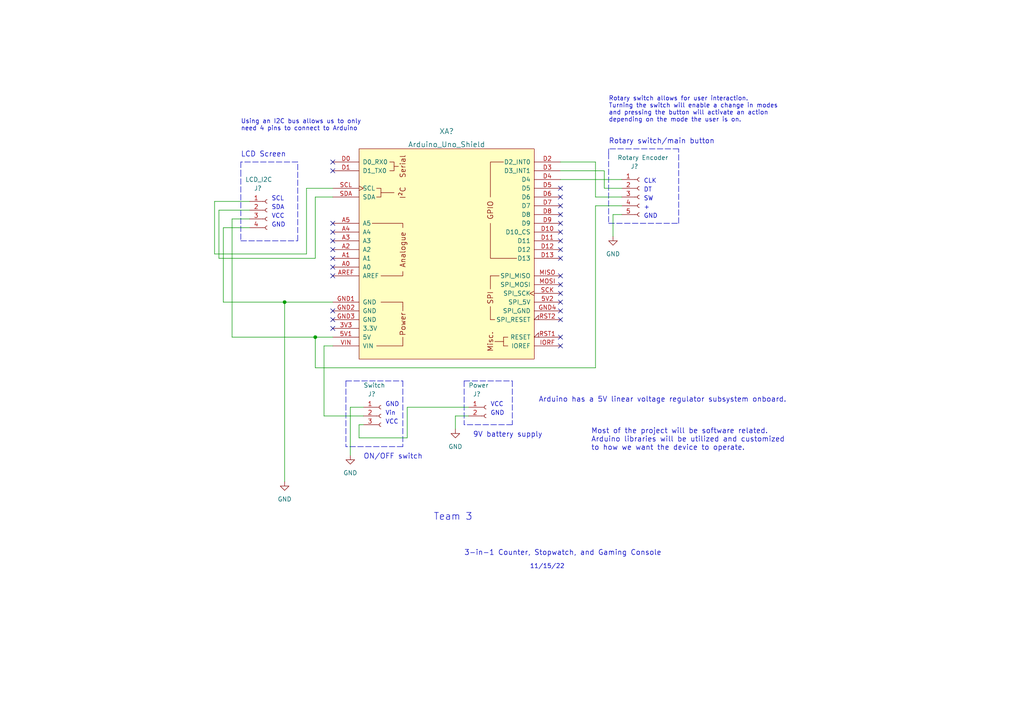
<source format=kicad_sch>
(kicad_sch (version 20211123) (generator eeschema)

  (uuid 979079ad-3c13-442b-8454-3e319cdb1820)

  (paper "A4")

  (lib_symbols
    (symbol "Connector:Conn_01x02_Female" (pin_names (offset 1.016) hide) (in_bom yes) (on_board yes)
      (property "Reference" "J" (id 0) (at 0 2.54 0)
        (effects (font (size 1.27 1.27)))
      )
      (property "Value" "Conn_01x02_Female" (id 1) (at 0 -5.08 0)
        (effects (font (size 1.27 1.27)))
      )
      (property "Footprint" "" (id 2) (at 0 0 0)
        (effects (font (size 1.27 1.27)) hide)
      )
      (property "Datasheet" "~" (id 3) (at 0 0 0)
        (effects (font (size 1.27 1.27)) hide)
      )
      (property "ki_keywords" "connector" (id 4) (at 0 0 0)
        (effects (font (size 1.27 1.27)) hide)
      )
      (property "ki_description" "Generic connector, single row, 01x02, script generated (kicad-library-utils/schlib/autogen/connector/)" (id 5) (at 0 0 0)
        (effects (font (size 1.27 1.27)) hide)
      )
      (property "ki_fp_filters" "Connector*:*_1x??_*" (id 6) (at 0 0 0)
        (effects (font (size 1.27 1.27)) hide)
      )
      (symbol "Conn_01x02_Female_1_1"
        (arc (start 0 -2.032) (mid -0.508 -2.54) (end 0 -3.048)
          (stroke (width 0.1524) (type default) (color 0 0 0 0))
          (fill (type none))
        )
        (polyline
          (pts
            (xy -1.27 -2.54)
            (xy -0.508 -2.54)
          )
          (stroke (width 0.1524) (type default) (color 0 0 0 0))
          (fill (type none))
        )
        (polyline
          (pts
            (xy -1.27 0)
            (xy -0.508 0)
          )
          (stroke (width 0.1524) (type default) (color 0 0 0 0))
          (fill (type none))
        )
        (arc (start 0 0.508) (mid -0.508 0) (end 0 -0.508)
          (stroke (width 0.1524) (type default) (color 0 0 0 0))
          (fill (type none))
        )
        (pin passive line (at -5.08 0 0) (length 3.81)
          (name "Pin_1" (effects (font (size 1.27 1.27))))
          (number "1" (effects (font (size 1.27 1.27))))
        )
        (pin passive line (at -5.08 -2.54 0) (length 3.81)
          (name "Pin_2" (effects (font (size 1.27 1.27))))
          (number "2" (effects (font (size 1.27 1.27))))
        )
      )
    )
    (symbol "Connector:Conn_01x03_Female" (pin_names (offset 1.016) hide) (in_bom yes) (on_board yes)
      (property "Reference" "J" (id 0) (at 0 5.08 0)
        (effects (font (size 1.27 1.27)))
      )
      (property "Value" "Conn_01x03_Female" (id 1) (at 0 -5.08 0)
        (effects (font (size 1.27 1.27)))
      )
      (property "Footprint" "" (id 2) (at 0 0 0)
        (effects (font (size 1.27 1.27)) hide)
      )
      (property "Datasheet" "~" (id 3) (at 0 0 0)
        (effects (font (size 1.27 1.27)) hide)
      )
      (property "ki_keywords" "connector" (id 4) (at 0 0 0)
        (effects (font (size 1.27 1.27)) hide)
      )
      (property "ki_description" "Generic connector, single row, 01x03, script generated (kicad-library-utils/schlib/autogen/connector/)" (id 5) (at 0 0 0)
        (effects (font (size 1.27 1.27)) hide)
      )
      (property "ki_fp_filters" "Connector*:*_1x??_*" (id 6) (at 0 0 0)
        (effects (font (size 1.27 1.27)) hide)
      )
      (symbol "Conn_01x03_Female_1_1"
        (arc (start 0 -2.032) (mid -0.508 -2.54) (end 0 -3.048)
          (stroke (width 0.1524) (type default) (color 0 0 0 0))
          (fill (type none))
        )
        (polyline
          (pts
            (xy -1.27 -2.54)
            (xy -0.508 -2.54)
          )
          (stroke (width 0.1524) (type default) (color 0 0 0 0))
          (fill (type none))
        )
        (polyline
          (pts
            (xy -1.27 0)
            (xy -0.508 0)
          )
          (stroke (width 0.1524) (type default) (color 0 0 0 0))
          (fill (type none))
        )
        (polyline
          (pts
            (xy -1.27 2.54)
            (xy -0.508 2.54)
          )
          (stroke (width 0.1524) (type default) (color 0 0 0 0))
          (fill (type none))
        )
        (arc (start 0 0.508) (mid -0.508 0) (end 0 -0.508)
          (stroke (width 0.1524) (type default) (color 0 0 0 0))
          (fill (type none))
        )
        (arc (start 0 3.048) (mid -0.508 2.54) (end 0 2.032)
          (stroke (width 0.1524) (type default) (color 0 0 0 0))
          (fill (type none))
        )
        (pin passive line (at -5.08 2.54 0) (length 3.81)
          (name "Pin_1" (effects (font (size 1.27 1.27))))
          (number "1" (effects (font (size 1.27 1.27))))
        )
        (pin passive line (at -5.08 0 0) (length 3.81)
          (name "Pin_2" (effects (font (size 1.27 1.27))))
          (number "2" (effects (font (size 1.27 1.27))))
        )
        (pin passive line (at -5.08 -2.54 0) (length 3.81)
          (name "Pin_3" (effects (font (size 1.27 1.27))))
          (number "3" (effects (font (size 1.27 1.27))))
        )
      )
    )
    (symbol "Connector:Conn_01x04_Female" (pin_names (offset 1.016) hide) (in_bom yes) (on_board yes)
      (property "Reference" "J" (id 0) (at 0 5.08 0)
        (effects (font (size 1.27 1.27)))
      )
      (property "Value" "Conn_01x04_Female" (id 1) (at 0 -7.62 0)
        (effects (font (size 1.27 1.27)))
      )
      (property "Footprint" "" (id 2) (at 0 0 0)
        (effects (font (size 1.27 1.27)) hide)
      )
      (property "Datasheet" "~" (id 3) (at 0 0 0)
        (effects (font (size 1.27 1.27)) hide)
      )
      (property "ki_keywords" "connector" (id 4) (at 0 0 0)
        (effects (font (size 1.27 1.27)) hide)
      )
      (property "ki_description" "Generic connector, single row, 01x04, script generated (kicad-library-utils/schlib/autogen/connector/)" (id 5) (at 0 0 0)
        (effects (font (size 1.27 1.27)) hide)
      )
      (property "ki_fp_filters" "Connector*:*_1x??_*" (id 6) (at 0 0 0)
        (effects (font (size 1.27 1.27)) hide)
      )
      (symbol "Conn_01x04_Female_1_1"
        (arc (start 0 -4.572) (mid -0.508 -5.08) (end 0 -5.588)
          (stroke (width 0.1524) (type default) (color 0 0 0 0))
          (fill (type none))
        )
        (arc (start 0 -2.032) (mid -0.508 -2.54) (end 0 -3.048)
          (stroke (width 0.1524) (type default) (color 0 0 0 0))
          (fill (type none))
        )
        (polyline
          (pts
            (xy -1.27 -5.08)
            (xy -0.508 -5.08)
          )
          (stroke (width 0.1524) (type default) (color 0 0 0 0))
          (fill (type none))
        )
        (polyline
          (pts
            (xy -1.27 -2.54)
            (xy -0.508 -2.54)
          )
          (stroke (width 0.1524) (type default) (color 0 0 0 0))
          (fill (type none))
        )
        (polyline
          (pts
            (xy -1.27 0)
            (xy -0.508 0)
          )
          (stroke (width 0.1524) (type default) (color 0 0 0 0))
          (fill (type none))
        )
        (polyline
          (pts
            (xy -1.27 2.54)
            (xy -0.508 2.54)
          )
          (stroke (width 0.1524) (type default) (color 0 0 0 0))
          (fill (type none))
        )
        (arc (start 0 0.508) (mid -0.508 0) (end 0 -0.508)
          (stroke (width 0.1524) (type default) (color 0 0 0 0))
          (fill (type none))
        )
        (arc (start 0 3.048) (mid -0.508 2.54) (end 0 2.032)
          (stroke (width 0.1524) (type default) (color 0 0 0 0))
          (fill (type none))
        )
        (pin passive line (at -5.08 2.54 0) (length 3.81)
          (name "Pin_1" (effects (font (size 1.27 1.27))))
          (number "1" (effects (font (size 1.27 1.27))))
        )
        (pin passive line (at -5.08 0 0) (length 3.81)
          (name "Pin_2" (effects (font (size 1.27 1.27))))
          (number "2" (effects (font (size 1.27 1.27))))
        )
        (pin passive line (at -5.08 -2.54 0) (length 3.81)
          (name "Pin_3" (effects (font (size 1.27 1.27))))
          (number "3" (effects (font (size 1.27 1.27))))
        )
        (pin passive line (at -5.08 -5.08 0) (length 3.81)
          (name "Pin_4" (effects (font (size 1.27 1.27))))
          (number "4" (effects (font (size 1.27 1.27))))
        )
      )
    )
    (symbol "Connector:Conn_01x05_Female" (pin_names (offset 1.016) hide) (in_bom yes) (on_board yes)
      (property "Reference" "J" (id 0) (at 0 7.62 0)
        (effects (font (size 1.27 1.27)))
      )
      (property "Value" "Conn_01x05_Female" (id 1) (at 0 -7.62 0)
        (effects (font (size 1.27 1.27)))
      )
      (property "Footprint" "" (id 2) (at 0 0 0)
        (effects (font (size 1.27 1.27)) hide)
      )
      (property "Datasheet" "~" (id 3) (at 0 0 0)
        (effects (font (size 1.27 1.27)) hide)
      )
      (property "ki_keywords" "connector" (id 4) (at 0 0 0)
        (effects (font (size 1.27 1.27)) hide)
      )
      (property "ki_description" "Generic connector, single row, 01x05, script generated (kicad-library-utils/schlib/autogen/connector/)" (id 5) (at 0 0 0)
        (effects (font (size 1.27 1.27)) hide)
      )
      (property "ki_fp_filters" "Connector*:*_1x??_*" (id 6) (at 0 0 0)
        (effects (font (size 1.27 1.27)) hide)
      )
      (symbol "Conn_01x05_Female_1_1"
        (arc (start 0 -4.572) (mid -0.508 -5.08) (end 0 -5.588)
          (stroke (width 0.1524) (type default) (color 0 0 0 0))
          (fill (type none))
        )
        (arc (start 0 -2.032) (mid -0.508 -2.54) (end 0 -3.048)
          (stroke (width 0.1524) (type default) (color 0 0 0 0))
          (fill (type none))
        )
        (polyline
          (pts
            (xy -1.27 -5.08)
            (xy -0.508 -5.08)
          )
          (stroke (width 0.1524) (type default) (color 0 0 0 0))
          (fill (type none))
        )
        (polyline
          (pts
            (xy -1.27 -2.54)
            (xy -0.508 -2.54)
          )
          (stroke (width 0.1524) (type default) (color 0 0 0 0))
          (fill (type none))
        )
        (polyline
          (pts
            (xy -1.27 0)
            (xy -0.508 0)
          )
          (stroke (width 0.1524) (type default) (color 0 0 0 0))
          (fill (type none))
        )
        (polyline
          (pts
            (xy -1.27 2.54)
            (xy -0.508 2.54)
          )
          (stroke (width 0.1524) (type default) (color 0 0 0 0))
          (fill (type none))
        )
        (polyline
          (pts
            (xy -1.27 5.08)
            (xy -0.508 5.08)
          )
          (stroke (width 0.1524) (type default) (color 0 0 0 0))
          (fill (type none))
        )
        (arc (start 0 0.508) (mid -0.508 0) (end 0 -0.508)
          (stroke (width 0.1524) (type default) (color 0 0 0 0))
          (fill (type none))
        )
        (arc (start 0 3.048) (mid -0.508 2.54) (end 0 2.032)
          (stroke (width 0.1524) (type default) (color 0 0 0 0))
          (fill (type none))
        )
        (arc (start 0 5.588) (mid -0.508 5.08) (end 0 4.572)
          (stroke (width 0.1524) (type default) (color 0 0 0 0))
          (fill (type none))
        )
        (pin passive line (at -5.08 5.08 0) (length 3.81)
          (name "Pin_1" (effects (font (size 1.27 1.27))))
          (number "1" (effects (font (size 1.27 1.27))))
        )
        (pin passive line (at -5.08 2.54 0) (length 3.81)
          (name "Pin_2" (effects (font (size 1.27 1.27))))
          (number "2" (effects (font (size 1.27 1.27))))
        )
        (pin passive line (at -5.08 0 0) (length 3.81)
          (name "Pin_3" (effects (font (size 1.27 1.27))))
          (number "3" (effects (font (size 1.27 1.27))))
        )
        (pin passive line (at -5.08 -2.54 0) (length 3.81)
          (name "Pin_4" (effects (font (size 1.27 1.27))))
          (number "4" (effects (font (size 1.27 1.27))))
        )
        (pin passive line (at -5.08 -5.08 0) (length 3.81)
          (name "Pin_5" (effects (font (size 1.27 1.27))))
          (number "5" (effects (font (size 1.27 1.27))))
        )
      )
    )
    (symbol "arduino:Arduino_Uno_Shield" (pin_names (offset 1.016)) (in_bom yes) (on_board yes)
      (property "Reference" "XA" (id 0) (at 2.54 0 90)
        (effects (font (size 1.524 1.524)))
      )
      (property "Value" "Arduino_Uno_Shield" (id 1) (at -2.54 0 90)
        (effects (font (size 1.524 1.524)))
      )
      (property "Footprint" "" (id 2) (at 45.72 95.25 0)
        (effects (font (size 1.524 1.524)) hide)
      )
      (property "Datasheet" "https://store.arduino.cc/products/arduino-uno-rev3" (id 3) (at 45.72 95.25 0)
        (effects (font (size 1.524 1.524)) hide)
      )
      (property "ki_keywords" "Arduino MPU Shield" (id 4) (at 0 0 0)
        (effects (font (size 1.27 1.27)) hide)
      )
      (property "ki_description" "Shield for Arduino Uno" (id 5) (at 0 0 0)
        (effects (font (size 1.27 1.27)) hide)
      )
      (property "ki_fp_filters" "Arduino_Uno_Shield" (id 6) (at 0 0 0)
        (effects (font (size 1.27 1.27)) hide)
      )
      (symbol "Arduino_Uno_Shield_0_0"
        (rectangle (start -25.4 30.48) (end 25.4 -30.48)
          (stroke (width 0) (type default) (color 0 0 0 0))
          (fill (type background))
        )
        (rectangle (start -20.32 -26.67) (end -12.7 -26.67)
          (stroke (width 0) (type default) (color 0 0 0 0))
          (fill (type none))
        )
        (rectangle (start -19.05 -13.97) (end -12.7 -13.97)
          (stroke (width 0) (type default) (color 0 0 0 0))
          (fill (type none))
        )
        (polyline
          (pts
            (xy -19.05 17.78)
            (xy -15.24 17.78)
          )
          (stroke (width 0) (type default) (color 0 0 0 0))
          (fill (type none))
        )
        (polyline
          (pts
            (xy -15.24 25.4)
            (xy -13.97 25.4)
          )
          (stroke (width 0) (type default) (color 0 0 0 0))
          (fill (type none))
        )
        (polyline
          (pts
            (xy -12.7 -26.67)
            (xy -12.7 -24.13)
          )
          (stroke (width 0) (type default) (color 0 0 0 0))
          (fill (type none))
        )
        (polyline
          (pts
            (xy -12.7 -15.24)
            (xy -12.7 -16.51)
          )
          (stroke (width 0) (type default) (color 0 0 0 0))
          (fill (type none))
        )
        (polyline
          (pts
            (xy -12.7 -13.97)
            (xy -12.7 -15.24)
          )
          (stroke (width 0) (type default) (color 0 0 0 0))
          (fill (type none))
        )
        (polyline
          (pts
            (xy -12.7 -5.08)
            (xy -12.7 -6.35)
            (xy -19.05 -6.35)
          )
          (stroke (width 0) (type default) (color 0 0 0 0))
          (fill (type none))
        )
        (polyline
          (pts
            (xy -12.7 7.62)
            (xy -12.7 8.89)
            (xy -21.59 8.89)
          )
          (stroke (width 0) (type default) (color 0 0 0 0))
          (fill (type none))
        )
        (polyline
          (pts
            (xy 12.7 8.89)
            (xy 12.7 -1.27)
            (xy 20.32 -1.27)
          )
          (stroke (width 0) (type default) (color 0 0 0 0))
          (fill (type none))
        )
        (polyline
          (pts
            (xy 12.7 16.51)
            (xy 12.7 26.67)
            (xy 16.51 26.67)
          )
          (stroke (width 0) (type default) (color 0 0 0 0))
          (fill (type none))
        )
        (polyline
          (pts
            (xy -20.32 19.05)
            (xy -19.05 19.05)
            (xy -19.05 16.51)
            (xy -20.32 16.51)
          )
          (stroke (width 0) (type default) (color 0 0 0 0))
          (fill (type none))
        )
        (polyline
          (pts
            (xy -16.51 26.67)
            (xy -15.24 26.67)
            (xy -15.24 24.13)
            (xy -16.51 24.13)
          )
          (stroke (width 0) (type default) (color 0 0 0 0))
          (fill (type none))
        )
        (rectangle (start 12.7 -19.05) (end 12.7 -15.24)
          (stroke (width 0) (type default) (color 0 0 0 0))
          (fill (type none))
        )
        (rectangle (start 12.7 -10.16) (end 12.7 -6.35)
          (stroke (width 0) (type default) (color 0 0 0 0))
          (fill (type none))
        )
        (rectangle (start 13.97 -19.05) (end 12.7 -19.05)
          (stroke (width 0) (type default) (color 0 0 0 0))
          (fill (type none))
        )
        (rectangle (start 15.24 -6.35) (end 12.7 -6.35)
          (stroke (width 0) (type default) (color 0 0 0 0))
          (fill (type none))
        )
        (rectangle (start 16.51 -25.4) (end 13.97 -25.4)
          (stroke (width 0) (type default) (color 0 0 0 0))
          (fill (type none))
        )
        (rectangle (start 16.51 -24.13) (end 16.51 -26.67)
          (stroke (width 0) (type default) (color 0 0 0 0))
          (fill (type none))
        )
        (rectangle (start 17.78 -26.67) (end 16.51 -26.67)
          (stroke (width 0) (type default) (color 0 0 0 0))
          (fill (type none))
        )
        (rectangle (start 17.78 -24.13) (end 16.51 -24.13)
          (stroke (width 0) (type default) (color 0 0 0 0))
          (fill (type none))
        )
        (text "Analogue" (at -12.7 1.27 900)
          (effects (font (size 1.524 1.524)))
        )
        (text "I²C" (at -12.7 17.78 900)
          (effects (font (size 1.524 1.524)))
        )
        (text "Misc." (at 12.7 -25.4 900)
          (effects (font (size 1.524 1.524)))
        )
        (text "Power" (at -12.7 -20.32 900)
          (effects (font (size 1.524 1.524)))
        )
        (text "Serial" (at -12.7 25.4 900)
          (effects (font (size 1.524 1.524)))
        )
        (text "SPI" (at 12.7 -12.7 900)
          (effects (font (size 1.524 1.524)))
        )
      )
      (symbol "Arduino_Uno_Shield_1_0"
        (text "GPIO" (at 12.7 12.7 900)
          (effects (font (size 1.524 1.524)))
        )
      )
      (symbol "Arduino_Uno_Shield_1_1"
        (pin power_out line (at -33.02 -21.59 0) (length 7.62)
          (name "3.3V" (effects (font (size 1.27 1.27))))
          (number "3V3" (effects (font (size 1.27 1.27))))
        )
        (pin power_in line (at -33.02 -24.13 0) (length 7.62)
          (name "5V" (effects (font (size 1.27 1.27))))
          (number "5V1" (effects (font (size 1.27 1.27))))
        )
        (pin power_in line (at 33.02 -13.97 180) (length 7.62)
          (name "SPI_5V" (effects (font (size 1.27 1.27))))
          (number "5V2" (effects (font (size 1.27 1.27))))
        )
        (pin bidirectional line (at -33.02 -3.81 0) (length 7.62)
          (name "A0" (effects (font (size 1.27 1.27))))
          (number "A0" (effects (font (size 1.27 1.27))))
        )
        (pin bidirectional line (at -33.02 -1.27 0) (length 7.62)
          (name "A1" (effects (font (size 1.27 1.27))))
          (number "A1" (effects (font (size 1.27 1.27))))
        )
        (pin bidirectional line (at -33.02 1.27 0) (length 7.62)
          (name "A2" (effects (font (size 1.27 1.27))))
          (number "A2" (effects (font (size 1.27 1.27))))
        )
        (pin bidirectional line (at -33.02 3.81 0) (length 7.62)
          (name "A3" (effects (font (size 1.27 1.27))))
          (number "A3" (effects (font (size 1.27 1.27))))
        )
        (pin bidirectional line (at -33.02 6.35 0) (length 7.62)
          (name "A4" (effects (font (size 1.27 1.27))))
          (number "A4" (effects (font (size 1.27 1.27))))
        )
        (pin bidirectional line (at -33.02 8.89 0) (length 7.62)
          (name "A5" (effects (font (size 1.27 1.27))))
          (number "A5" (effects (font (size 1.27 1.27))))
        )
        (pin input line (at -33.02 -6.35 0) (length 7.62)
          (name "AREF" (effects (font (size 1.27 1.27))))
          (number "AREF" (effects (font (size 1.27 1.27))))
        )
        (pin bidirectional line (at -33.02 26.67 0) (length 7.62)
          (name "D0_RX0" (effects (font (size 1.27 1.27))))
          (number "D0" (effects (font (size 1.27 1.27))))
        )
        (pin bidirectional line (at -33.02 24.13 0) (length 7.62)
          (name "D1_TX0" (effects (font (size 1.27 1.27))))
          (number "D1" (effects (font (size 1.27 1.27))))
        )
        (pin bidirectional line (at 33.02 6.35 180) (length 7.62)
          (name "D10_CS" (effects (font (size 1.27 1.27))))
          (number "D10" (effects (font (size 1.27 1.27))))
        )
        (pin bidirectional line (at 33.02 3.81 180) (length 7.62)
          (name "D11" (effects (font (size 1.27 1.27))))
          (number "D11" (effects (font (size 1.27 1.27))))
        )
        (pin bidirectional line (at 33.02 1.27 180) (length 7.62)
          (name "D12" (effects (font (size 1.27 1.27))))
          (number "D12" (effects (font (size 1.27 1.27))))
        )
        (pin bidirectional line (at 33.02 -1.27 180) (length 7.62)
          (name "D13" (effects (font (size 1.27 1.27))))
          (number "D13" (effects (font (size 1.27 1.27))))
        )
        (pin bidirectional line (at 33.02 26.67 180) (length 7.62)
          (name "D2_INT0" (effects (font (size 1.27 1.27))))
          (number "D2" (effects (font (size 1.27 1.27))))
        )
        (pin bidirectional line (at 33.02 24.13 180) (length 7.62)
          (name "D3_INT1" (effects (font (size 1.27 1.27))))
          (number "D3" (effects (font (size 1.27 1.27))))
        )
        (pin bidirectional line (at 33.02 21.59 180) (length 7.62)
          (name "D4" (effects (font (size 1.27 1.27))))
          (number "D4" (effects (font (size 1.27 1.27))))
        )
        (pin bidirectional line (at 33.02 19.05 180) (length 7.62)
          (name "D5" (effects (font (size 1.27 1.27))))
          (number "D5" (effects (font (size 1.27 1.27))))
        )
        (pin bidirectional line (at 33.02 16.51 180) (length 7.62)
          (name "D6" (effects (font (size 1.27 1.27))))
          (number "D6" (effects (font (size 1.27 1.27))))
        )
        (pin bidirectional line (at 33.02 13.97 180) (length 7.62)
          (name "D7" (effects (font (size 1.27 1.27))))
          (number "D7" (effects (font (size 1.27 1.27))))
        )
        (pin bidirectional line (at 33.02 11.43 180) (length 7.62)
          (name "D8" (effects (font (size 1.27 1.27))))
          (number "D8" (effects (font (size 1.27 1.27))))
        )
        (pin bidirectional line (at 33.02 8.89 180) (length 7.62)
          (name "D9" (effects (font (size 1.27 1.27))))
          (number "D9" (effects (font (size 1.27 1.27))))
        )
        (pin power_in line (at -33.02 -13.97 0) (length 7.62)
          (name "GND" (effects (font (size 1.27 1.27))))
          (number "GND1" (effects (font (size 1.27 1.27))))
        )
        (pin power_in line (at -33.02 -16.51 0) (length 7.62)
          (name "GND" (effects (font (size 1.27 1.27))))
          (number "GND2" (effects (font (size 1.27 1.27))))
        )
        (pin power_in line (at -33.02 -19.05 0) (length 7.62)
          (name "GND" (effects (font (size 1.27 1.27))))
          (number "GND3" (effects (font (size 1.27 1.27))))
        )
        (pin power_in line (at 33.02 -16.51 180) (length 7.62)
          (name "SPI_GND" (effects (font (size 1.27 1.27))))
          (number "GND4" (effects (font (size 1.27 1.27))))
        )
        (pin output line (at 33.02 -26.67 180) (length 7.62)
          (name "IOREF" (effects (font (size 1.27 1.27))))
          (number "IORF" (effects (font (size 1.27 1.27))))
        )
        (pin input line (at 33.02 -6.35 180) (length 7.62)
          (name "SPI_MISO" (effects (font (size 1.27 1.27))))
          (number "MISO" (effects (font (size 1.27 1.27))))
        )
        (pin output line (at 33.02 -8.89 180) (length 7.62)
          (name "SPI_MOSI" (effects (font (size 1.27 1.27))))
          (number "MOSI" (effects (font (size 1.27 1.27))))
        )
        (pin open_collector input_low (at 33.02 -24.13 180) (length 7.62)
          (name "RESET" (effects (font (size 1.27 1.27))))
          (number "RST1" (effects (font (size 1.27 1.27))))
        )
        (pin open_collector input_low (at 33.02 -19.05 180) (length 7.62)
          (name "SPI_RESET" (effects (font (size 1.27 1.27))))
          (number "RST2" (effects (font (size 1.27 1.27))))
        )
        (pin output clock (at 33.02 -11.43 180) (length 7.62)
          (name "SPI_SCK" (effects (font (size 1.27 1.27))))
          (number "SCK" (effects (font (size 1.27 1.27))))
        )
        (pin bidirectional clock (at -33.02 19.05 0) (length 7.62)
          (name "SCL" (effects (font (size 1.27 1.27))))
          (number "SCL" (effects (font (size 1.27 1.27))))
        )
        (pin bidirectional line (at -33.02 16.51 0) (length 7.62)
          (name "SDA" (effects (font (size 1.27 1.27))))
          (number "SDA" (effects (font (size 1.27 1.27))))
        )
        (pin power_in line (at -33.02 -26.67 0) (length 7.62)
          (name "VIN" (effects (font (size 1.27 1.27))))
          (number "VIN" (effects (font (size 1.27 1.27))))
        )
      )
    )
    (symbol "power:GND" (power) (pin_names (offset 0)) (in_bom yes) (on_board yes)
      (property "Reference" "#PWR" (id 0) (at 0 -6.35 0)
        (effects (font (size 1.27 1.27)) hide)
      )
      (property "Value" "GND" (id 1) (at 0 -3.81 0)
        (effects (font (size 1.27 1.27)))
      )
      (property "Footprint" "" (id 2) (at 0 0 0)
        (effects (font (size 1.27 1.27)) hide)
      )
      (property "Datasheet" "" (id 3) (at 0 0 0)
        (effects (font (size 1.27 1.27)) hide)
      )
      (property "ki_keywords" "power-flag" (id 4) (at 0 0 0)
        (effects (font (size 1.27 1.27)) hide)
      )
      (property "ki_description" "Power symbol creates a global label with name \"GND\" , ground" (id 5) (at 0 0 0)
        (effects (font (size 1.27 1.27)) hide)
      )
      (symbol "GND_0_1"
        (polyline
          (pts
            (xy 0 0)
            (xy 0 -1.27)
            (xy 1.27 -1.27)
            (xy 0 -2.54)
            (xy -1.27 -1.27)
            (xy 0 -1.27)
          )
          (stroke (width 0) (type default) (color 0 0 0 0))
          (fill (type none))
        )
      )
      (symbol "GND_1_1"
        (pin power_in line (at 0 0 270) (length 0) hide
          (name "GND" (effects (font (size 1.27 1.27))))
          (number "1" (effects (font (size 1.27 1.27))))
        )
      )
    )
  )

  (junction (at 82.55 87.63) (diameter 0) (color 0 0 0 0)
    (uuid 303c8569-4787-4e6e-bb29-887a677735a1)
  )
  (junction (at 91.44 97.79) (diameter 0) (color 0 0 0 0)
    (uuid 9c17bcf4-5c36-45b3-b4f6-7dc1db19e27d)
  )

  (no_connect (at 96.52 69.85) (uuid 0fb2666a-8855-4e3c-96b0-c4e2fac1599a))
  (no_connect (at 96.52 80.01) (uuid 12d0814a-5caf-49a9-9022-d2af5344d446))
  (no_connect (at 162.56 82.55) (uuid 131baa50-96f4-42d5-ab32-116ca499ac90))
  (no_connect (at 96.52 92.71) (uuid 150d3975-1918-4388-bf8e-eebcad04b5d7))
  (no_connect (at 162.56 90.17) (uuid 181c4dfd-2557-4742-9833-f15d2596315f))
  (no_connect (at 162.56 97.79) (uuid 18ac940d-1ae6-403f-b099-6df3dcd05dc6))
  (no_connect (at 162.56 72.39) (uuid 1af3ddb1-10a3-40e5-b255-0e5d2fad1eac))
  (no_connect (at 162.56 67.31) (uuid 2775503f-6346-4874-b4c2-88acd286ce2c))
  (no_connect (at 162.56 64.77) (uuid 462e3f46-99b7-4921-94c0-3327a2c58ad7))
  (no_connect (at 96.52 64.77) (uuid 4bc49f32-c669-4533-955d-9ea5ca2dcd73))
  (no_connect (at 96.52 46.99) (uuid 4de8f659-585b-4f94-b19c-d34da76c5e0f))
  (no_connect (at 96.52 49.53) (uuid 535c7f4c-046d-4e32-a851-b5e6ffcb9138))
  (no_connect (at 162.56 57.15) (uuid 5b11071b-b375-4a22-90c8-0beea912576c))
  (no_connect (at 162.56 59.69) (uuid 6b04315e-fcbc-4660-bd38-0d4523a06a4f))
  (no_connect (at 162.56 62.23) (uuid 78dfa730-673a-4c23-96e7-077e2ba7e997))
  (no_connect (at 162.56 85.09) (uuid 79426a38-6bf1-4a0b-a6c6-4a4c4e467b15))
  (no_connect (at 162.56 54.61) (uuid 8731ebca-9bf4-4454-a885-0def3376fbe5))
  (no_connect (at 96.52 90.17) (uuid 8eef88d0-0783-4056-881d-8bda83188f2c))
  (no_connect (at 162.56 74.93) (uuid 98afc2b9-026e-45d0-ac9c-b640040c8228))
  (no_connect (at 96.52 95.25) (uuid 9dbeae84-f24a-4475-9fa4-e74aed6ccdfe))
  (no_connect (at 162.56 69.85) (uuid a7dc592e-0fbe-4791-a169-81800589e11a))
  (no_connect (at 96.52 72.39) (uuid a8b214ac-c43b-4261-896d-2afe504fc920))
  (no_connect (at 162.56 80.01) (uuid ac496c6c-c72b-4f56-a825-529f2aa78d1a))
  (no_connect (at 96.52 77.47) (uuid bdaa17fe-41cc-4372-be01-84425a526e0c))
  (no_connect (at 162.56 92.71) (uuid c05e5f39-7646-4851-a0d9-49d1d97d043e))
  (no_connect (at 96.52 67.31) (uuid d950c069-cf43-4033-80ec-3f5c0dd308cf))
  (no_connect (at 96.52 74.93) (uuid e0c4c1a5-6373-488b-87ff-dd513744ec0c))
  (no_connect (at 162.56 100.33) (uuid f458bbd7-6a3a-478d-b32b-0011828b9812))
  (no_connect (at 162.56 87.63) (uuid f5752708-0d57-4cbe-863b-7f909240ac5c))

  (wire (pts (xy 62.23 73.66) (xy 88.9 73.66))
    (stroke (width 0) (type default) (color 0 0 0 0))
    (uuid 0568e3f8-3a3e-4dde-ae40-3d2961f78598)
  )
  (wire (pts (xy 93.98 120.65) (xy 105.41 120.65))
    (stroke (width 0) (type default) (color 0 0 0 0))
    (uuid 10987ea0-e464-49bd-a144-a500e3ba1f36)
  )
  (polyline (pts (xy 196.85 43.18) (xy 176.53 43.18))
    (stroke (width 0) (type default) (color 0 0 0 0))
    (uuid 10f1207d-3555-4d34-aeca-2db887eee23a)
  )
  (polyline (pts (xy 176.53 44.45) (xy 176.53 64.77))
    (stroke (width 0) (type default) (color 0 0 0 0))
    (uuid 25421cca-91e9-4f0c-b1fd-22ac3e78fa56)
  )
  (polyline (pts (xy 196.85 64.77) (xy 196.85 43.18))
    (stroke (width 0) (type default) (color 0 0 0 0))
    (uuid 26596b05-2e60-4d88-a770-a2fce9a6b1c7)
  )

  (wire (pts (xy 64.77 66.04) (xy 64.77 87.63))
    (stroke (width 0) (type default) (color 0 0 0 0))
    (uuid 26cf13e0-8c71-4e05-8ce8-21622a6b8f30)
  )
  (polyline (pts (xy 176.53 43.18) (xy 176.53 44.45))
    (stroke (width 0) (type default) (color 0 0 0 0))
    (uuid 28ac0c03-2c24-47a4-957c-1877890757cc)
  )

  (wire (pts (xy 104.14 123.19) (xy 105.41 123.19))
    (stroke (width 0) (type default) (color 0 0 0 0))
    (uuid 2aca1520-9943-4eb3-98e9-66132009db4d)
  )
  (wire (pts (xy 63.5 74.93) (xy 91.44 74.93))
    (stroke (width 0) (type default) (color 0 0 0 0))
    (uuid 2b99b9a6-1de2-483b-8872-23b3b2d51dad)
  )
  (wire (pts (xy 135.89 120.65) (xy 132.08 120.65))
    (stroke (width 0) (type default) (color 0 0 0 0))
    (uuid 2d9b2f60-9a21-4096-b2b8-cddc574ff3ae)
  )
  (wire (pts (xy 118.11 127) (xy 104.14 127))
    (stroke (width 0) (type default) (color 0 0 0 0))
    (uuid 2ee3c76e-adb9-4ee3-85ea-6d43d85d7fe4)
  )
  (wire (pts (xy 180.34 59.69) (xy 172.72 59.69))
    (stroke (width 0) (type default) (color 0 0 0 0))
    (uuid 2f82579c-ca55-4572-91c8-7d8ddee2cf33)
  )
  (polyline (pts (xy 69.85 46.99) (xy 69.85 49.53))
    (stroke (width 0) (type default) (color 0 0 0 0))
    (uuid 3009a97b-2f62-4006-8212-a0962246e0da)
  )

  (wire (pts (xy 172.72 106.68) (xy 91.44 106.68))
    (stroke (width 0) (type default) (color 0 0 0 0))
    (uuid 31f6f9f6-1eb5-454e-ab4a-1f8f8a8b3dc5)
  )
  (polyline (pts (xy 86.36 46.99) (xy 69.85 46.99))
    (stroke (width 0) (type default) (color 0 0 0 0))
    (uuid 36b87569-d36c-4dcf-89b5-5f49950e7876)
  )

  (wire (pts (xy 82.55 87.63) (xy 96.52 87.63))
    (stroke (width 0) (type default) (color 0 0 0 0))
    (uuid 3be7ea9f-b130-45ce-be63-85537f2da55c)
  )
  (polyline (pts (xy 116.84 129.54) (xy 100.33 129.54))
    (stroke (width 0) (type default) (color 0 0 0 0))
    (uuid 490b032f-ed41-4edd-9eac-82cfb5b2253b)
  )
  (polyline (pts (xy 69.85 69.85) (xy 86.36 69.85))
    (stroke (width 0) (type default) (color 0 0 0 0))
    (uuid 4d47c3b0-9085-408e-920a-6749d864acb8)
  )

  (wire (pts (xy 132.08 120.65) (xy 132.08 124.46))
    (stroke (width 0) (type default) (color 0 0 0 0))
    (uuid 5213cbd8-2174-46cf-a0c7-faba8bdeaed3)
  )
  (wire (pts (xy 118.11 118.11) (xy 118.11 127))
    (stroke (width 0) (type default) (color 0 0 0 0))
    (uuid 56583f2d-9160-46b4-a884-498fa3727214)
  )
  (wire (pts (xy 162.56 52.07) (xy 180.34 52.07))
    (stroke (width 0) (type default) (color 0 0 0 0))
    (uuid 569847f2-96bc-43d0-8c7f-457f58dcdfe9)
  )
  (wire (pts (xy 93.98 100.33) (xy 93.98 120.65))
    (stroke (width 0) (type default) (color 0 0 0 0))
    (uuid 5a4f2b48-24a1-4168-ae0d-ced634614411)
  )
  (polyline (pts (xy 86.36 69.85) (xy 86.36 46.99))
    (stroke (width 0) (type default) (color 0 0 0 0))
    (uuid 5c23f9d6-adfe-46c0-88d7-6b5d82c61ca8)
  )
  (polyline (pts (xy 116.84 110.49) (xy 116.84 129.54))
    (stroke (width 0) (type default) (color 0 0 0 0))
    (uuid 5fb61688-92bd-4274-b145-e26ecc2742cd)
  )

  (wire (pts (xy 101.6 118.11) (xy 105.41 118.11))
    (stroke (width 0) (type default) (color 0 0 0 0))
    (uuid 6526370a-4849-4672-9f1f-11814ac95ad1)
  )
  (wire (pts (xy 118.11 118.11) (xy 135.89 118.11))
    (stroke (width 0) (type default) (color 0 0 0 0))
    (uuid 6966ceec-de17-4d3d-997c-ffaa5d817bfb)
  )
  (wire (pts (xy 93.98 100.33) (xy 96.52 100.33))
    (stroke (width 0) (type default) (color 0 0 0 0))
    (uuid 74fa4eb2-f20e-45a5-a66d-088d80a23404)
  )
  (wire (pts (xy 67.31 63.5) (xy 72.39 63.5))
    (stroke (width 0) (type default) (color 0 0 0 0))
    (uuid 7d4c3c5c-00a2-4ef9-b7c7-a447e237ccc5)
  )
  (wire (pts (xy 101.6 118.11) (xy 101.6 132.08))
    (stroke (width 0) (type default) (color 0 0 0 0))
    (uuid 7f67bbca-0c9d-4531-b34a-d5148d3604f1)
  )
  (wire (pts (xy 91.44 97.79) (xy 91.44 106.68))
    (stroke (width 0) (type default) (color 0 0 0 0))
    (uuid 7ff70603-3718-47aa-bc61-deeb362e19f4)
  )
  (polyline (pts (xy 176.53 64.77) (xy 196.85 64.77))
    (stroke (width 0) (type default) (color 0 0 0 0))
    (uuid 8ea39eb5-ad16-4f77-bb4f-c731ef9eed9e)
  )
  (polyline (pts (xy 148.59 123.19) (xy 134.62 123.19))
    (stroke (width 0) (type default) (color 0 0 0 0))
    (uuid 8fc6cbc9-84bd-468e-a20f-05370652cc6e)
  )

  (wire (pts (xy 64.77 66.04) (xy 72.39 66.04))
    (stroke (width 0) (type default) (color 0 0 0 0))
    (uuid 90c2cdb8-f422-440d-a540-1e5695c1ff90)
  )
  (wire (pts (xy 88.9 54.61) (xy 88.9 73.66))
    (stroke (width 0) (type default) (color 0 0 0 0))
    (uuid a2bad0e4-0440-4fb5-a1e4-8fd92dc503cd)
  )
  (wire (pts (xy 96.52 97.79) (xy 91.44 97.79))
    (stroke (width 0) (type default) (color 0 0 0 0))
    (uuid a304eee6-c732-4cc6-85c5-7553e940d2bb)
  )
  (wire (pts (xy 175.26 54.61) (xy 180.34 54.61))
    (stroke (width 0) (type default) (color 0 0 0 0))
    (uuid aebdde4c-2662-479f-9518-dfa0bfbdd914)
  )
  (polyline (pts (xy 100.33 110.49) (xy 100.33 129.54))
    (stroke (width 0) (type default) (color 0 0 0 0))
    (uuid aebfdaa0-0da5-4c02-ae89-ce690c4b7025)
  )

  (wire (pts (xy 63.5 60.96) (xy 72.39 60.96))
    (stroke (width 0) (type default) (color 0 0 0 0))
    (uuid af3e3a6b-dec1-4218-be5c-4e590b3c4efa)
  )
  (polyline (pts (xy 100.33 110.49) (xy 116.84 110.49))
    (stroke (width 0) (type default) (color 0 0 0 0))
    (uuid afb3f1ca-76e9-4af4-9284-87d862abf964)
  )

  (wire (pts (xy 172.72 46.99) (xy 172.72 57.15))
    (stroke (width 0) (type default) (color 0 0 0 0))
    (uuid b106ae6a-43dc-4b19-ab08-86f8856944c3)
  )
  (wire (pts (xy 104.14 127) (xy 104.14 123.19))
    (stroke (width 0) (type default) (color 0 0 0 0))
    (uuid b6aea32e-c456-4650-b88a-29ac09841567)
  )
  (polyline (pts (xy 148.59 110.49) (xy 148.59 123.19))
    (stroke (width 0) (type default) (color 0 0 0 0))
    (uuid bbab3a03-ca91-4483-8e08-d1d076e6cb7a)
  )

  (wire (pts (xy 88.9 54.61) (xy 96.52 54.61))
    (stroke (width 0) (type default) (color 0 0 0 0))
    (uuid c27a68f5-c82c-4cc9-a189-5a1124be94a9)
  )
  (wire (pts (xy 64.77 87.63) (xy 82.55 87.63))
    (stroke (width 0) (type default) (color 0 0 0 0))
    (uuid c91eecf5-6b3a-4958-950a-a4c65e876599)
  )
  (polyline (pts (xy 134.62 110.49) (xy 148.59 110.49))
    (stroke (width 0) (type default) (color 0 0 0 0))
    (uuid cc025d9f-d9a7-465c-b86f-c1723f71720b)
  )

  (wire (pts (xy 67.31 97.79) (xy 91.44 97.79))
    (stroke (width 0) (type default) (color 0 0 0 0))
    (uuid cd9a0752-1765-403d-accd-a89a7cb17f6e)
  )
  (wire (pts (xy 180.34 62.23) (xy 177.8 62.23))
    (stroke (width 0) (type default) (color 0 0 0 0))
    (uuid d23e8848-225d-437d-af89-38cd485d3e45)
  )
  (wire (pts (xy 62.23 58.42) (xy 72.39 58.42))
    (stroke (width 0) (type default) (color 0 0 0 0))
    (uuid d2772b4d-46d3-4900-8aef-adbabb24596e)
  )
  (polyline (pts (xy 134.62 110.49) (xy 134.62 123.19))
    (stroke (width 0) (type default) (color 0 0 0 0))
    (uuid d28cd9d1-e529-4b6d-8028-97cc91c92aef)
  )

  (wire (pts (xy 67.31 63.5) (xy 67.31 97.79))
    (stroke (width 0) (type default) (color 0 0 0 0))
    (uuid d45407d6-ba7a-4b7d-b99e-ba4c0d89f116)
  )
  (wire (pts (xy 177.8 62.23) (xy 177.8 68.58))
    (stroke (width 0) (type default) (color 0 0 0 0))
    (uuid da2edd31-3721-41e8-a7ff-0b69ff5057ac)
  )
  (wire (pts (xy 82.55 87.63) (xy 82.55 139.7))
    (stroke (width 0) (type default) (color 0 0 0 0))
    (uuid da988072-c9e9-4640-9b35-0f2dfc446b6b)
  )
  (wire (pts (xy 172.72 59.69) (xy 172.72 106.68))
    (stroke (width 0) (type default) (color 0 0 0 0))
    (uuid dc9f598e-c059-422e-ab52-4d5715961cbf)
  )
  (wire (pts (xy 172.72 57.15) (xy 180.34 57.15))
    (stroke (width 0) (type default) (color 0 0 0 0))
    (uuid e1907d88-56aa-4748-b931-8f056ba252c5)
  )
  (wire (pts (xy 91.44 57.15) (xy 91.44 74.93))
    (stroke (width 0) (type default) (color 0 0 0 0))
    (uuid e29e1672-9f68-4a42-8f75-118681949dfc)
  )
  (wire (pts (xy 62.23 73.66) (xy 62.23 58.42))
    (stroke (width 0) (type default) (color 0 0 0 0))
    (uuid e310e199-a3bf-4cb0-9d3d-e2901bdc85b9)
  )
  (wire (pts (xy 91.44 57.15) (xy 96.52 57.15))
    (stroke (width 0) (type default) (color 0 0 0 0))
    (uuid e9d1fd41-9a43-45e4-841d-a84f0a219b42)
  )
  (wire (pts (xy 162.56 49.53) (xy 175.26 49.53))
    (stroke (width 0) (type default) (color 0 0 0 0))
    (uuid f1238364-ca7a-4e46-a5a9-75ced8566bf5)
  )
  (polyline (pts (xy 69.85 49.53) (xy 69.85 69.85))
    (stroke (width 0) (type default) (color 0 0 0 0))
    (uuid f3804f9c-a190-43dc-9e48-1d5b907e5965)
  )

  (wire (pts (xy 162.56 46.99) (xy 172.72 46.99))
    (stroke (width 0) (type default) (color 0 0 0 0))
    (uuid f9968c0a-4d14-485d-ba21-0c7cf81ac3ab)
  )
  (wire (pts (xy 175.26 49.53) (xy 175.26 54.61))
    (stroke (width 0) (type default) (color 0 0 0 0))
    (uuid fb5b8563-f03d-4575-9ab7-a3e16bc263ce)
  )
  (wire (pts (xy 63.5 60.96) (xy 63.5 74.93))
    (stroke (width 0) (type default) (color 0 0 0 0))
    (uuid fc7c69bd-72f8-4747-b5d4-5324c307eb0a)
  )

  (text "LCD Screen" (at 69.85 45.72 0)
    (effects (font (size 1.5 1.5)) (justify left bottom))
    (uuid 068ce74a-fee2-4995-889c-e240129b81f0)
  )
  (text "GND" (at 186.69 63.5 0)
    (effects (font (size 1.27 1.27)) (justify left bottom))
    (uuid 0842211f-7c73-4422-a3bf-c4d5723c8df3)
  )
  (text "VCC" (at 111.76 123.19 0)
    (effects (font (size 1.27 1.27)) (justify left bottom))
    (uuid 120b7970-d409-4468-93d6-edadd6b5da01)
  )
  (text "VCC" (at 142.24 118.11 0)
    (effects (font (size 1.27 1.27)) (justify left bottom))
    (uuid 1cfd5aec-95d8-406b-8a84-798c0d8c6c7d)
  )
  (text "DT" (at 186.69 55.88 0)
    (effects (font (size 1.27 1.27)) (justify left bottom))
    (uuid 34cf21bd-647a-4f24-bace-6222e313a834)
  )
  (text "GND" (at 111.76 118.11 0)
    (effects (font (size 1.27 1.27)) (justify left bottom))
    (uuid 367cc308-c9e8-422f-a42a-d21a45f5d494)
  )
  (text "11/15/22" (at 153.67 165.1 0)
    (effects (font (size 1.27 1.27)) (justify left bottom))
    (uuid 42a093c8-a260-4740-8fe9-93502c5267d2)
  )
  (text "GND" (at 78.74 66.04 0)
    (effects (font (size 1.27 1.27)) (justify left bottom))
    (uuid 4d7fe2a1-fe2e-4856-8107-044ee3969cf3)
  )
  (text "ON/OFF switch" (at 105.41 133.35 0)
    (effects (font (size 1.5 1.5)) (justify left bottom))
    (uuid 55fb9bb9-b911-4ab5-83aa-aa4410a30a96)
  )
  (text "Rotary switch allows for user interaction.\nTurning the switch will enable a change in modes\nand pressing the button will activate an action\ndepending on the mode the user is on."
    (at 176.53 35.56 0)
    (effects (font (size 1.27 1.27)) (justify left bottom))
    (uuid 56240d64-577c-4ea4-bbec-13a6612e4863)
  )
  (text "SW" (at 186.69 58.42 0)
    (effects (font (size 1.27 1.27)) (justify left bottom))
    (uuid 619eb870-1407-4d94-894b-9a0c2a56baa3)
  )
  (text "SCL" (at 78.74 58.42 0)
    (effects (font (size 1.27 1.27)) (justify left bottom))
    (uuid 66420ae6-891c-44df-973b-55d62405bf42)
  )
  (text "Vin" (at 111.76 120.65 0)
    (effects (font (size 1.27 1.27)) (justify left bottom))
    (uuid 6b183f32-8201-480d-8e28-ed23c92a4932)
  )
  (text "Most of the project will be software related.\nArduino libraries will be utilized and customized\nto how we want the device to operate.\n"
    (at 171.45 130.81 0)
    (effects (font (size 1.5 1.5)) (justify left bottom))
    (uuid 6eb0ffcb-63f1-4690-9794-1a8e5cc3bbe9)
  )
  (text "Using an I2C bus allows us to only\nneed 4 pins to connect to Arduino\n"
    (at 69.85 38.1 0)
    (effects (font (size 1.27 1.27)) (justify left bottom))
    (uuid 77418e30-0db8-44e0-bdb6-1a0a14446c17)
  )
  (text "9V battery supply" (at 137.16 127 0)
    (effects (font (size 1.5 1.5)) (justify left bottom))
    (uuid 86a358fc-9095-4a74-8b6e-d54ea16f2825)
  )
  (text "Team 3" (at 125.73 151.13 0)
    (effects (font (size 2 2)) (justify left bottom))
    (uuid 8e3bbaaa-a8b7-4132-8bf1-d6ca39c79f17)
  )
  (text "3-in-1 Counter, Stopwatch, and Gaming Console" (at 134.62 161.29 0)
    (effects (font (size 1.5 1.5)) (justify left bottom))
    (uuid 8f9a610b-531b-4a9f-b80f-6ddfe1eed267)
  )
  (text "CLK" (at 186.69 53.34 0)
    (effects (font (size 1.27 1.27)) (justify left bottom))
    (uuid 969391dc-ee9a-413d-b5b7-bc03172ddbf6)
  )
  (text "Rotary switch/main button" (at 176.53 41.91 0)
    (effects (font (size 1.5 1.5)) (justify left bottom))
    (uuid a176d4c5-7402-4877-b7e9-ab02f0ed124e)
  )
  (text "VCC" (at 78.74 63.5 0)
    (effects (font (size 1.27 1.27)) (justify left bottom))
    (uuid b332cf28-d084-4334-bb7d-7e9573479583)
  )
  (text "SDA" (at 78.74 60.96 0)
    (effects (font (size 1.27 1.27)) (justify left bottom))
    (uuid b5460ab2-0887-4abb-a8b3-02dd7c210888)
  )
  (text "Arduino has a 5V linear voltage regulator subsystem onboard.\n"
    (at 156.21 116.84 0)
    (effects (font (size 1.5 1.5)) (justify left bottom))
    (uuid bab90956-54d2-42ea-9faa-12211a9f1d19)
  )
  (text "+" (at 186.69 60.96 0)
    (effects (font (size 1.27 1.27)) (justify left bottom))
    (uuid ca5394b1-6479-4f15-9ce9-0e1ce12bbe5d)
  )
  (text "GND" (at 142.24 120.65 0)
    (effects (font (size 1.27 1.27)) (justify left bottom))
    (uuid cb0356c5-890b-41d3-b592-cea57d7aa528)
  )

  (symbol (lib_id "Connector:Conn_01x05_Female") (at 185.42 57.15 0) (unit 1)
    (in_bom yes) (on_board yes)
    (uuid 05201f7f-a457-46e5-913b-a0ffb5d98ebb)
    (property "Reference" "J?" (id 0) (at 182.88 48.26 0)
      (effects (font (size 1.27 1.27)) (justify left))
    )
    (property "Value" "Rotary Encoder" (id 1) (at 179.07 45.72 0)
      (effects (font (size 1.27 1.27)) (justify left))
    )
    (property "Footprint" "Connector_PinSocket_2.54mm:PinSocket_1x05_P2.54mm_Horizontal" (id 2) (at 185.42 57.15 0)
      (effects (font (size 1.27 1.27)) hide)
    )
    (property "Datasheet" "~" (id 3) (at 185.42 57.15 0)
      (effects (font (size 1.27 1.27)) hide)
    )
    (pin "1" (uuid 23d82922-9ff0-452b-bc8c-1c0752db7a80))
    (pin "2" (uuid d5e79e09-4ef8-49b2-bf79-53fec2619810))
    (pin "3" (uuid d63c4e6b-9c42-440d-a8fd-4a8bc454c82f))
    (pin "4" (uuid 1776051c-a849-48d5-b20e-1ac256f7e835))
    (pin "5" (uuid e96bdc29-d084-46da-91eb-d8df3e8d726d))
  )

  (symbol (lib_id "power:GND") (at 82.55 139.7 0) (unit 1)
    (in_bom yes) (on_board yes) (fields_autoplaced)
    (uuid 194069eb-5d9b-4172-a574-35f6aae33ffc)
    (property "Reference" "#PWR?" (id 0) (at 82.55 146.05 0)
      (effects (font (size 1.27 1.27)) hide)
    )
    (property "Value" "GND" (id 1) (at 82.55 144.78 0))
    (property "Footprint" "" (id 2) (at 82.55 139.7 0)
      (effects (font (size 1.27 1.27)) hide)
    )
    (property "Datasheet" "" (id 3) (at 82.55 139.7 0)
      (effects (font (size 1.27 1.27)) hide)
    )
    (pin "1" (uuid 573157c1-6a25-4f3f-a2a3-3411bee26a38))
  )

  (symbol (lib_id "power:GND") (at 101.6 132.08 0) (unit 1)
    (in_bom yes) (on_board yes) (fields_autoplaced)
    (uuid 1c821eb0-79e7-4906-a949-c8e657ebfd2b)
    (property "Reference" "#PWR?" (id 0) (at 101.6 138.43 0)
      (effects (font (size 1.27 1.27)) hide)
    )
    (property "Value" "GND" (id 1) (at 101.6 137.16 0))
    (property "Footprint" "" (id 2) (at 101.6 132.08 0)
      (effects (font (size 1.27 1.27)) hide)
    )
    (property "Datasheet" "" (id 3) (at 101.6 132.08 0)
      (effects (font (size 1.27 1.27)) hide)
    )
    (pin "1" (uuid 85003d65-dd23-4d19-89c1-9c3469524c24))
  )

  (symbol (lib_id "Connector:Conn_01x03_Female") (at 110.49 120.65 0) (unit 1)
    (in_bom yes) (on_board yes)
    (uuid 327cc39c-f474-4cbb-8e06-a2041a7824ca)
    (property "Reference" "J?" (id 0) (at 106.68 114.3 0)
      (effects (font (size 1.27 1.27)) (justify left))
    )
    (property "Value" "Switch" (id 1) (at 105.41 111.76 0)
      (effects (font (size 1.27 1.27)) (justify left))
    )
    (property "Footprint" "Connector_PinSocket_2.54mm:PinSocket_1x03_P2.54mm_Vertical" (id 2) (at 110.49 120.65 0)
      (effects (font (size 1.27 1.27)) hide)
    )
    (property "Datasheet" "~" (id 3) (at 110.49 120.65 0)
      (effects (font (size 1.27 1.27)) hide)
    )
    (pin "1" (uuid 62b5f236-1280-4599-bbbc-b87c2c4c239f))
    (pin "2" (uuid e3fd4ab3-9306-4db0-9ac7-609819607538))
    (pin "3" (uuid 4be20c25-2537-4b98-b95b-1577a76137f2))
  )

  (symbol (lib_id "arduino:Arduino_Uno_Shield") (at 129.54 73.66 0) (unit 1)
    (in_bom yes) (on_board yes) (fields_autoplaced)
    (uuid 51029530-b5e2-4217-bb1b-a9228d7508a0)
    (property "Reference" "XA?" (id 0) (at 129.54 38.1 0)
      (effects (font (size 1.524 1.524)))
    )
    (property "Value" "Arduino_Uno_Shield" (id 1) (at 129.54 41.91 0)
      (effects (font (size 1.524 1.524)))
    )
    (property "Footprint" "Arduino:Arduino_Uno_Shield" (id 2) (at 175.26 -21.59 0)
      (effects (font (size 1.524 1.524)) hide)
    )
    (property "Datasheet" "https://store.arduino.cc/products/arduino-uno-rev3" (id 3) (at 175.26 -21.59 0)
      (effects (font (size 1.524 1.524)) hide)
    )
    (pin "3V3" (uuid ec58d49c-cc23-46ac-b21a-79d39a2df333))
    (pin "5V1" (uuid 706ef459-0661-4134-9527-76af298005aa))
    (pin "5V2" (uuid 3f6f3853-5625-41b7-a333-e982ee52d2af))
    (pin "A0" (uuid 50cdd039-78cf-4a80-b30a-e4d81a95764e))
    (pin "A1" (uuid 1d905dbe-082e-4b7d-9f67-111a6608071f))
    (pin "A2" (uuid 9f727057-32f6-47b7-8bc2-174515aa6fe1))
    (pin "A3" (uuid b8fea9f7-8eca-4e96-90eb-2aa64cef369c))
    (pin "A4" (uuid 1de998b7-0575-40d0-909a-008ecd32d756))
    (pin "A5" (uuid d56763c1-c4ce-4352-a422-08f494fc13b2))
    (pin "AREF" (uuid 9e1f3deb-39aa-46b6-b882-d9d79f09c6f6))
    (pin "D0" (uuid c208729b-8b37-4547-b204-93e542bdd185))
    (pin "D1" (uuid b5eba54c-b192-4d8e-a7aa-ac7496cd5e34))
    (pin "D10" (uuid ec78c0bf-52f1-418d-99cd-99592c9736c7))
    (pin "D11" (uuid ce7bf4cd-6e82-45d0-8612-85d14e6d01aa))
    (pin "D12" (uuid 560d87de-a9f2-4303-bbe9-0eca38a00cb7))
    (pin "D13" (uuid 84db1f3d-b7c8-47e6-9530-74d4541557f8))
    (pin "D2" (uuid 0cd7f654-a10c-42ee-85e5-5ed0d5ed7ac2))
    (pin "D3" (uuid 28ceb78f-8cf9-4453-8cb4-2ba405ee3cad))
    (pin "D4" (uuid 5fb28dd8-cee3-4ebc-96b3-8daba6bc47d1))
    (pin "D5" (uuid ae00406e-baf8-4417-8137-77ea1a827e98))
    (pin "D6" (uuid 9ddc851b-16ff-44b7-98e0-6523c356e1c7))
    (pin "D7" (uuid 65f2f4ec-8253-443e-9e59-f6e79a8e9211))
    (pin "D8" (uuid a830693d-4758-4153-a114-a85528deb360))
    (pin "D9" (uuid 9334e563-8084-4f10-9a12-5dd3f7706f63))
    (pin "GND1" (uuid 97bfbed4-29c5-49e6-93cf-4f398df27eb2))
    (pin "GND2" (uuid 8fab1dcc-0ed4-4bad-a724-b0ad4f979d04))
    (pin "GND3" (uuid 04b3d26b-2c71-43ac-b3b8-9d3053255ddb))
    (pin "GND4" (uuid dedb91e2-c482-48ad-b8eb-c5717511e044))
    (pin "IORF" (uuid 7c92dcbc-15cd-4af0-82ac-ba9bf2904894))
    (pin "MISO" (uuid ce352d64-5cf1-4469-a0c4-2df44b0a5db9))
    (pin "MOSI" (uuid e7f72d9f-3f75-40a9-b61e-0c3973abd749))
    (pin "RST1" (uuid 5da5f9d4-72e0-4796-90fa-3d54347f1bbb))
    (pin "RST2" (uuid 799f000a-4867-4884-8e42-257d3cb0b408))
    (pin "SCK" (uuid 28b048fb-1918-4829-940f-943d0a38b3f1))
    (pin "SCL" (uuid cb6d8526-df04-4f02-a574-7b7e382776a6))
    (pin "SDA" (uuid 9ace89c8-aeec-4ca4-89aa-63c3664ba8a7))
    (pin "VIN" (uuid 3bbaf1b0-2a7c-46df-843a-0df3aa346c6c))
  )

  (symbol (lib_id "Connector:Conn_01x02_Female") (at 140.97 118.11 0) (unit 1)
    (in_bom yes) (on_board yes)
    (uuid 6da425ba-11b2-4d68-bbb0-0a11a781fd23)
    (property "Reference" "J?" (id 0) (at 137.16 114.3 0)
      (effects (font (size 1.27 1.27)) (justify left))
    )
    (property "Value" "Power" (id 1) (at 135.89 111.76 0)
      (effects (font (size 1.27 1.27)) (justify left))
    )
    (property "Footprint" "Connector_PinSocket_2.54mm:PinSocket_1x02_P2.54mm_Horizontal" (id 2) (at 140.97 118.11 0)
      (effects (font (size 1.27 1.27)) hide)
    )
    (property "Datasheet" "~" (id 3) (at 140.97 118.11 0)
      (effects (font (size 1.27 1.27)) hide)
    )
    (pin "1" (uuid a5de96f7-4c4e-43e3-9b25-229ea9025689))
    (pin "2" (uuid 21e6ed3d-539a-4fbd-884b-bf57b2cf03dd))
  )

  (symbol (lib_id "power:GND") (at 177.8 68.58 0) (unit 1)
    (in_bom yes) (on_board yes) (fields_autoplaced)
    (uuid 77422ddc-aaa4-4e47-b7b5-a79f006568db)
    (property "Reference" "#PWR?" (id 0) (at 177.8 74.93 0)
      (effects (font (size 1.27 1.27)) hide)
    )
    (property "Value" "GND" (id 1) (at 177.8 73.66 0))
    (property "Footprint" "" (id 2) (at 177.8 68.58 0)
      (effects (font (size 1.27 1.27)) hide)
    )
    (property "Datasheet" "" (id 3) (at 177.8 68.58 0)
      (effects (font (size 1.27 1.27)) hide)
    )
    (pin "1" (uuid a0d2f563-7c07-4f0b-a0f6-21db8298c64d))
  )

  (symbol (lib_id "power:GND") (at 132.08 124.46 0) (unit 1)
    (in_bom yes) (on_board yes) (fields_autoplaced)
    (uuid fca5d501-f460-4c99-ad94-b80455862b6b)
    (property "Reference" "#PWR?" (id 0) (at 132.08 130.81 0)
      (effects (font (size 1.27 1.27)) hide)
    )
    (property "Value" "GND" (id 1) (at 132.08 129.54 0))
    (property "Footprint" "" (id 2) (at 132.08 124.46 0)
      (effects (font (size 1.27 1.27)) hide)
    )
    (property "Datasheet" "" (id 3) (at 132.08 124.46 0)
      (effects (font (size 1.27 1.27)) hide)
    )
    (pin "1" (uuid 4a3fbf83-8d2c-48b5-bc51-4dd10781e522))
  )

  (symbol (lib_id "Connector:Conn_01x04_Female") (at 77.47 60.96 0) (unit 1)
    (in_bom yes) (on_board yes)
    (uuid fdb58d3d-3593-46c3-a0c9-c459b861823b)
    (property "Reference" "J?" (id 0) (at 73.66 54.61 0)
      (effects (font (size 1.27 1.27)) (justify left))
    )
    (property "Value" "LCD_I2C" (id 1) (at 71.12 52.07 0)
      (effects (font (size 1.27 1.27)) (justify left))
    )
    (property "Footprint" "Connector_PinSocket_2.54mm:PinSocket_1x04_P2.54mm_Horizontal" (id 2) (at 77.47 60.96 0)
      (effects (font (size 1.27 1.27)) hide)
    )
    (property "Datasheet" "~" (id 3) (at 77.47 60.96 0)
      (effects (font (size 1.27 1.27)) hide)
    )
    (pin "1" (uuid b26b4dca-0f8a-4d13-9214-b4b19ff0a1ea))
    (pin "2" (uuid ca4be9ff-210f-45b4-a761-72ce8f09f006))
    (pin "3" (uuid dedf9fc1-5460-4bb1-978d-566926413c5e))
    (pin "4" (uuid f6a9a67c-a74e-4977-a7ba-b8213e73c23e))
  )

  (sheet_instances
    (path "/" (page "1"))
  )

  (symbol_instances
    (path "/194069eb-5d9b-4172-a574-35f6aae33ffc"
      (reference "#PWR?") (unit 1) (value "GND") (footprint "")
    )
    (path "/1c821eb0-79e7-4906-a949-c8e657ebfd2b"
      (reference "#PWR?") (unit 1) (value "GND") (footprint "")
    )
    (path "/77422ddc-aaa4-4e47-b7b5-a79f006568db"
      (reference "#PWR?") (unit 1) (value "GND") (footprint "")
    )
    (path "/fca5d501-f460-4c99-ad94-b80455862b6b"
      (reference "#PWR?") (unit 1) (value "GND") (footprint "")
    )
    (path "/05201f7f-a457-46e5-913b-a0ffb5d98ebb"
      (reference "J?") (unit 1) (value "Rotary Encoder") (footprint "Connector_PinSocket_2.54mm:PinSocket_1x05_P2.54mm_Horizontal")
    )
    (path "/327cc39c-f474-4cbb-8e06-a2041a7824ca"
      (reference "J?") (unit 1) (value "Switch") (footprint "Connector_PinSocket_2.54mm:PinSocket_1x03_P2.54mm_Vertical")
    )
    (path "/6da425ba-11b2-4d68-bbb0-0a11a781fd23"
      (reference "J?") (unit 1) (value "Power") (footprint "Connector_PinSocket_2.54mm:PinSocket_1x02_P2.54mm_Horizontal")
    )
    (path "/fdb58d3d-3593-46c3-a0c9-c459b861823b"
      (reference "J?") (unit 1) (value "LCD_I2C") (footprint "Connector_PinSocket_2.54mm:PinSocket_1x04_P2.54mm_Horizontal")
    )
    (path "/51029530-b5e2-4217-bb1b-a9228d7508a0"
      (reference "XA?") (unit 1) (value "Arduino_Uno_Shield") (footprint "Arduino:Arduino_Uno_Shield")
    )
  )
)

</source>
